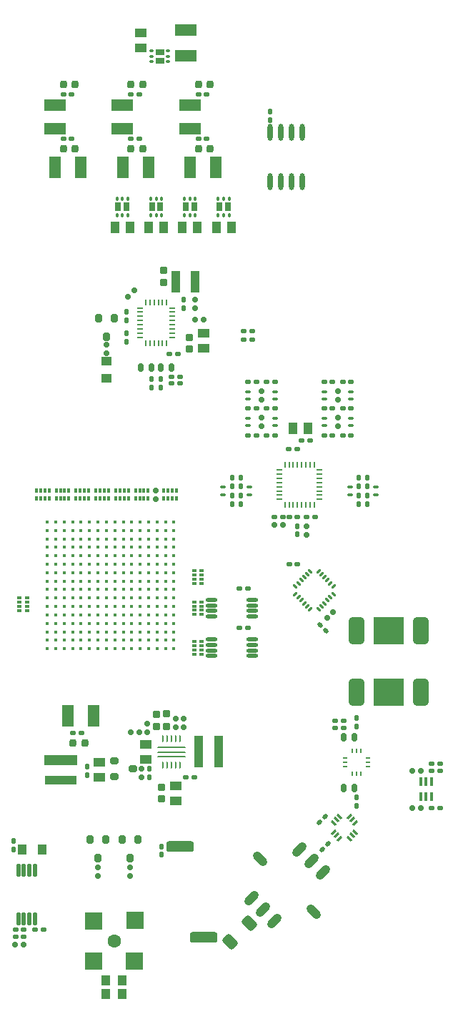
<source format=gtp>
G04*
G04 #@! TF.GenerationSoftware,Altium Limited,Altium Designer,21.7.2 (23)*
G04*
G04 Layer_Color=8421504*
%FSLAX43Y43*%
%MOMM*%
G71*
G04*
G04 #@! TF.SameCoordinates,4C2FF4CC-5A0A-4329-9E61-CD26E28B66C0*
G04*
G04*
G04 #@! TF.FilePolarity,Positive*
G04*
G01*
G75*
%ADD18R,1.000X0.800*%
%ADD19R,0.800X1.000*%
G04:AMPARAMS|DCode=20|XSize=0.25mm|YSize=0.8mm|CornerRadius=0.063mm|HoleSize=0mm|Usage=FLASHONLY|Rotation=0.000|XOffset=0mm|YOffset=0mm|HoleType=Round|Shape=RoundedRectangle|*
%AMROUNDEDRECTD20*
21,1,0.250,0.675,0,0,0.0*
21,1,0.125,0.800,0,0,0.0*
1,1,0.125,0.063,-0.338*
1,1,0.125,-0.063,-0.338*
1,1,0.125,-0.063,0.338*
1,1,0.125,0.063,0.338*
%
%ADD20ROUNDEDRECTD20*%
G04:AMPARAMS|DCode=21|XSize=0.25mm|YSize=3.4mm|CornerRadius=0.063mm|HoleSize=0mm|Usage=FLASHONLY|Rotation=90.000|XOffset=0mm|YOffset=0mm|HoleType=Round|Shape=RoundedRectangle|*
%AMROUNDEDRECTD21*
21,1,0.250,3.275,0,0,90.0*
21,1,0.125,3.400,0,0,90.0*
1,1,0.125,1.638,0.063*
1,1,0.125,1.638,-0.063*
1,1,0.125,-1.638,-0.063*
1,1,0.125,-1.638,0.063*
%
%ADD21ROUNDEDRECTD21*%
%ADD22R,0.550X0.250*%
%ADD23R,0.250X0.550*%
G04:AMPARAMS|DCode=24|XSize=1mm|YSize=0.376mm|CornerRadius=0.094mm|HoleSize=0mm|Usage=FLASHONLY|Rotation=90.000|XOffset=0mm|YOffset=0mm|HoleType=Round|Shape=RoundedRectangle|*
%AMROUNDEDRECTD24*
21,1,1.000,0.188,0,0,90.0*
21,1,0.812,0.376,0,0,90.0*
1,1,0.188,0.094,0.406*
1,1,0.188,0.094,-0.406*
1,1,0.188,-0.094,-0.406*
1,1,0.188,-0.094,0.406*
%
%ADD24ROUNDEDRECTD24*%
G04:AMPARAMS|DCode=25|XSize=0.45mm|YSize=1.5mm|CornerRadius=0.113mm|HoleSize=0mm|Usage=FLASHONLY|Rotation=0.000|XOffset=0mm|YOffset=0mm|HoleType=Round|Shape=RoundedRectangle|*
%AMROUNDEDRECTD25*
21,1,0.450,1.275,0,0,0.0*
21,1,0.225,1.500,0,0,0.0*
1,1,0.225,0.113,-0.638*
1,1,0.225,-0.113,-0.638*
1,1,0.225,-0.113,0.638*
1,1,0.225,0.113,0.638*
%
%ADD25ROUNDEDRECTD25*%
%ADD26C,0.450*%
%ADD27R,1.050X1.300*%
G04:AMPARAMS|DCode=28|XSize=0.61mm|YSize=0.6mm|CornerRadius=0.15mm|HoleSize=0mm|Usage=FLASHONLY|Rotation=270.000|XOffset=0mm|YOffset=0mm|HoleType=Round|Shape=RoundedRectangle|*
%AMROUNDEDRECTD28*
21,1,0.610,0.300,0,0,270.0*
21,1,0.310,0.600,0,0,270.0*
1,1,0.300,-0.150,-0.155*
1,1,0.300,-0.150,0.155*
1,1,0.300,0.150,0.155*
1,1,0.300,0.150,-0.155*
%
%ADD28ROUNDEDRECTD28*%
G04:AMPARAMS|DCode=29|XSize=1.88mm|YSize=3.226mm|CornerRadius=0.47mm|HoleSize=0mm|Usage=FLASHONLY|Rotation=180.000|XOffset=0mm|YOffset=0mm|HoleType=Round|Shape=RoundedRectangle|*
%AMROUNDEDRECTD29*
21,1,1.880,2.286,0,0,180.0*
21,1,0.940,3.226,0,0,180.0*
1,1,0.940,-0.470,1.143*
1,1,0.940,0.470,1.143*
1,1,0.940,0.470,-1.143*
1,1,0.940,-0.470,-1.143*
%
%ADD29ROUNDEDRECTD29*%
G04:AMPARAMS|DCode=30|XSize=0.3mm|YSize=0.7mm|CornerRadius=0mm|HoleSize=0mm|Usage=FLASHONLY|Rotation=225.000|XOffset=0mm|YOffset=0mm|HoleType=Round|Shape=Round|*
%AMOVALD30*
21,1,0.400,0.300,0.000,0.000,315.0*
1,1,0.300,-0.141,0.141*
1,1,0.300,0.141,-0.141*
%
%ADD30OVALD30*%

G04:AMPARAMS|DCode=31|XSize=0.75mm|YSize=0.28mm|CornerRadius=0.07mm|HoleSize=0mm|Usage=FLASHONLY|Rotation=225.000|XOffset=0mm|YOffset=0mm|HoleType=Round|Shape=RoundedRectangle|*
%AMROUNDEDRECTD31*
21,1,0.750,0.140,0,0,225.0*
21,1,0.610,0.280,0,0,225.0*
1,1,0.140,-0.265,-0.166*
1,1,0.140,0.166,0.265*
1,1,0.140,0.265,0.166*
1,1,0.140,-0.166,-0.265*
%
%ADD31ROUNDEDRECTD31*%
G04:AMPARAMS|DCode=32|XSize=0.5mm|YSize=0.6mm|CornerRadius=0.125mm|HoleSize=0mm|Usage=FLASHONLY|Rotation=135.000|XOffset=0mm|YOffset=0mm|HoleType=Round|Shape=RoundedRectangle|*
%AMROUNDEDRECTD32*
21,1,0.500,0.350,0,0,135.0*
21,1,0.250,0.600,0,0,135.0*
1,1,0.250,0.035,0.212*
1,1,0.250,0.212,0.035*
1,1,0.250,-0.035,-0.212*
1,1,0.250,-0.212,-0.035*
%
%ADD32ROUNDEDRECTD32*%
G04:AMPARAMS|DCode=33|XSize=0.5mm|YSize=0.6mm|CornerRadius=0.125mm|HoleSize=0mm|Usage=FLASHONLY|Rotation=270.000|XOffset=0mm|YOffset=0mm|HoleType=Round|Shape=RoundedRectangle|*
%AMROUNDEDRECTD33*
21,1,0.500,0.350,0,0,270.0*
21,1,0.250,0.600,0,0,270.0*
1,1,0.250,-0.175,-0.125*
1,1,0.250,-0.175,0.125*
1,1,0.250,0.175,0.125*
1,1,0.250,0.175,-0.125*
%
%ADD33ROUNDEDRECTD33*%
G04:AMPARAMS|DCode=34|XSize=0.5mm|YSize=0.6mm|CornerRadius=0.125mm|HoleSize=0mm|Usage=FLASHONLY|Rotation=0.000|XOffset=0mm|YOffset=0mm|HoleType=Round|Shape=RoundedRectangle|*
%AMROUNDEDRECTD34*
21,1,0.500,0.350,0,0,0.0*
21,1,0.250,0.600,0,0,0.0*
1,1,0.250,0.125,-0.175*
1,1,0.250,-0.125,-0.175*
1,1,0.250,-0.125,0.175*
1,1,0.250,0.125,0.175*
%
%ADD34ROUNDEDRECTD34*%
%ADD35O,0.250X0.750*%
G04:AMPARAMS|DCode=36|XSize=0.64mm|YSize=1.02mm|CornerRadius=0.16mm|HoleSize=0mm|Usage=FLASHONLY|Rotation=180.000|XOffset=0mm|YOffset=0mm|HoleType=Round|Shape=RoundedRectangle|*
%AMROUNDEDRECTD36*
21,1,0.640,0.700,0,0,180.0*
21,1,0.320,1.020,0,0,180.0*
1,1,0.320,-0.160,0.350*
1,1,0.320,0.160,0.350*
1,1,0.320,0.160,-0.350*
1,1,0.320,-0.160,-0.350*
%
%ADD36ROUNDEDRECTD36*%
G04:AMPARAMS|DCode=37|XSize=1.25mm|YSize=1.7mm|CornerRadius=0.313mm|HoleSize=0mm|Usage=FLASHONLY|Rotation=45.000|XOffset=0mm|YOffset=0mm|HoleType=Round|Shape=RoundedRectangle|*
%AMROUNDEDRECTD37*
21,1,1.250,1.075,0,0,45.0*
21,1,0.625,1.700,0,0,45.0*
1,1,0.625,0.601,-0.159*
1,1,0.625,0.159,-0.601*
1,1,0.625,-0.601,0.159*
1,1,0.625,-0.159,0.601*
%
%ADD37ROUNDEDRECTD37*%
G04:AMPARAMS|DCode=38|XSize=1.02mm|YSize=2mm|CornerRadius=0mm|HoleSize=0mm|Usage=FLASHONLY|Rotation=315.000|XOffset=0mm|YOffset=0mm|HoleType=Round|Shape=Round|*
%AMOVALD38*
21,1,0.980,1.020,0.000,0.000,45.0*
1,1,1.020,-0.346,-0.346*
1,1,1.020,0.346,0.346*
%
%ADD38OVALD38*%

G04:AMPARAMS|DCode=39|XSize=3.3mm|YSize=1.27mm|CornerRadius=0.318mm|HoleSize=0mm|Usage=FLASHONLY|Rotation=0.000|XOffset=0mm|YOffset=0mm|HoleType=Round|Shape=RoundedRectangle|*
%AMROUNDEDRECTD39*
21,1,3.300,0.635,0,0,0.0*
21,1,2.665,1.270,0,0,0.0*
1,1,0.635,1.333,-0.318*
1,1,0.635,-1.333,-0.318*
1,1,0.635,-1.333,0.318*
1,1,0.635,1.333,0.318*
%
%ADD39ROUNDEDRECTD39*%
%ADD40C,1.600*%
G04:AMPARAMS|DCode=41|XSize=0.9mm|YSize=0.8mm|CornerRadius=0.2mm|HoleSize=0mm|Usage=FLASHONLY|Rotation=270.000|XOffset=0mm|YOffset=0mm|HoleType=Round|Shape=RoundedRectangle|*
%AMROUNDEDRECTD41*
21,1,0.900,0.400,0,0,270.0*
21,1,0.500,0.800,0,0,270.0*
1,1,0.400,-0.200,-0.250*
1,1,0.400,-0.200,0.250*
1,1,0.400,0.200,0.250*
1,1,0.400,0.200,-0.250*
%
%ADD41ROUNDEDRECTD41*%
%ADD42R,3.900X1.180*%
%ADD43R,1.400X2.600*%
G04:AMPARAMS|DCode=44|XSize=0.36mm|YSize=0.66mm|CornerRadius=0.09mm|HoleSize=0mm|Usage=FLASHONLY|Rotation=90.000|XOffset=0mm|YOffset=0mm|HoleType=Round|Shape=RoundedRectangle|*
%AMROUNDEDRECTD44*
21,1,0.360,0.480,0,0,90.0*
21,1,0.180,0.660,0,0,90.0*
1,1,0.180,0.240,0.090*
1,1,0.180,0.240,-0.090*
1,1,0.180,-0.240,-0.090*
1,1,0.180,-0.240,0.090*
%
%ADD44ROUNDEDRECTD44*%
%ADD45R,2.000X2.000*%
G04:AMPARAMS|DCode=46|XSize=0.61mm|YSize=0.6mm|CornerRadius=0.15mm|HoleSize=0mm|Usage=FLASHONLY|Rotation=180.000|XOffset=0mm|YOffset=0mm|HoleType=Round|Shape=RoundedRectangle|*
%AMROUNDEDRECTD46*
21,1,0.610,0.300,0,0,180.0*
21,1,0.310,0.600,0,0,180.0*
1,1,0.300,-0.155,0.150*
1,1,0.300,0.155,0.150*
1,1,0.300,0.155,-0.150*
1,1,0.300,-0.155,-0.150*
%
%ADD46ROUNDEDRECTD46*%
G04:AMPARAMS|DCode=47|XSize=0.8mm|YSize=1mm|CornerRadius=0.2mm|HoleSize=0mm|Usage=FLASHONLY|Rotation=0.000|XOffset=0mm|YOffset=0mm|HoleType=Round|Shape=RoundedRectangle|*
%AMROUNDEDRECTD47*
21,1,0.800,0.600,0,0,0.0*
21,1,0.400,1.000,0,0,0.0*
1,1,0.400,0.200,-0.300*
1,1,0.400,-0.200,-0.300*
1,1,0.400,-0.200,0.300*
1,1,0.400,0.200,0.300*
%
%ADD47ROUNDEDRECTD47*%
%ADD48O,1.400X0.500*%
G04:AMPARAMS|DCode=49|XSize=0.375mm|YSize=0.55mm|CornerRadius=0.094mm|HoleSize=0mm|Usage=FLASHONLY|Rotation=270.000|XOffset=0mm|YOffset=0mm|HoleType=Round|Shape=RoundedRectangle|*
%AMROUNDEDRECTD49*
21,1,0.375,0.363,0,0,270.0*
21,1,0.188,0.550,0,0,270.0*
1,1,0.188,-0.181,-0.094*
1,1,0.188,-0.181,0.094*
1,1,0.188,0.181,0.094*
1,1,0.188,0.181,-0.094*
%
%ADD49ROUNDEDRECTD49*%
G04:AMPARAMS|DCode=50|XSize=0.375mm|YSize=0.55mm|CornerRadius=0.094mm|HoleSize=0mm|Usage=FLASHONLY|Rotation=0.000|XOffset=0mm|YOffset=0mm|HoleType=Round|Shape=RoundedRectangle|*
%AMROUNDEDRECTD50*
21,1,0.375,0.363,0,0,0.0*
21,1,0.188,0.550,0,0,0.0*
1,1,0.188,0.094,-0.181*
1,1,0.188,-0.094,-0.181*
1,1,0.188,-0.094,0.181*
1,1,0.188,0.094,0.181*
%
%ADD50ROUNDEDRECTD50*%
%ADD51R,3.658X3.226*%
%ADD52R,1.400X1.100*%
%ADD53R,0.980X3.700*%
G04:AMPARAMS|DCode=54|XSize=0.9mm|YSize=0.8mm|CornerRadius=0.2mm|HoleSize=0mm|Usage=FLASHONLY|Rotation=0.000|XOffset=0mm|YOffset=0mm|HoleType=Round|Shape=RoundedRectangle|*
%AMROUNDEDRECTD54*
21,1,0.900,0.400,0,0,0.0*
21,1,0.500,0.800,0,0,0.0*
1,1,0.400,0.250,-0.200*
1,1,0.400,-0.250,-0.200*
1,1,0.400,-0.250,0.200*
1,1,0.400,0.250,0.200*
%
%ADD54ROUNDEDRECTD54*%
%ADD55R,3.700X0.980*%
G04:AMPARAMS|DCode=56|XSize=0.8mm|YSize=1mm|CornerRadius=0.2mm|HoleSize=0mm|Usage=FLASHONLY|Rotation=90.000|XOffset=0mm|YOffset=0mm|HoleType=Round|Shape=RoundedRectangle|*
%AMROUNDEDRECTD56*
21,1,0.800,0.600,0,0,90.0*
21,1,0.400,1.000,0,0,90.0*
1,1,0.400,0.300,0.200*
1,1,0.400,0.300,-0.200*
1,1,0.400,-0.300,-0.200*
1,1,0.400,-0.300,0.200*
%
%ADD56ROUNDEDRECTD56*%
%ADD57O,0.750X0.250*%
G04:AMPARAMS|DCode=58|XSize=0.45mm|YSize=0.3mm|CornerRadius=0.038mm|HoleSize=0mm|Usage=FLASHONLY|Rotation=0.000|XOffset=0mm|YOffset=0mm|HoleType=Round|Shape=RoundedRectangle|*
%AMROUNDEDRECTD58*
21,1,0.450,0.225,0,0,0.0*
21,1,0.375,0.300,0,0,0.0*
1,1,0.075,0.188,-0.113*
1,1,0.075,-0.188,-0.113*
1,1,0.075,-0.188,0.113*
1,1,0.075,0.188,0.113*
%
%ADD58ROUNDEDRECTD58*%
%ADD59R,2.600X1.400*%
%ADD60O,0.250X0.700*%
%ADD61O,0.700X0.250*%
G04:AMPARAMS|DCode=62|XSize=1.02mm|YSize=2mm|CornerRadius=0mm|HoleSize=0mm|Usage=FLASHONLY|Rotation=45.000|XOffset=0mm|YOffset=0mm|HoleType=Round|Shape=Round|*
%AMOVALD62*
21,1,0.980,1.020,0.000,0.000,135.0*
1,1,1.020,0.346,-0.346*
1,1,1.020,-0.346,0.346*
%
%ADD62OVALD62*%

%ADD63R,1.300X1.050*%
%ADD64O,0.600X2.000*%
G04:AMPARAMS|DCode=65|XSize=0.45mm|YSize=0.3mm|CornerRadius=0.038mm|HoleSize=0mm|Usage=FLASHONLY|Rotation=90.000|XOffset=0mm|YOffset=0mm|HoleType=Round|Shape=RoundedRectangle|*
%AMROUNDEDRECTD65*
21,1,0.450,0.225,0,0,90.0*
21,1,0.375,0.300,0,0,90.0*
1,1,0.075,0.113,0.188*
1,1,0.075,0.113,-0.188*
1,1,0.075,-0.113,-0.188*
1,1,0.075,-0.113,0.188*
%
%ADD65ROUNDEDRECTD65*%
G04:AMPARAMS|DCode=66|XSize=0.61mm|YSize=0.6mm|CornerRadius=0.15mm|HoleSize=0mm|Usage=FLASHONLY|Rotation=315.000|XOffset=0mm|YOffset=0mm|HoleType=Round|Shape=RoundedRectangle|*
%AMROUNDEDRECTD66*
21,1,0.610,0.300,0,0,315.0*
21,1,0.310,0.600,0,0,315.0*
1,1,0.300,0.003,-0.216*
1,1,0.300,-0.216,0.003*
1,1,0.300,-0.003,0.216*
1,1,0.300,0.216,-0.003*
%
%ADD66ROUNDEDRECTD66*%
%ADD67R,1.020X2.540*%
%ADD68R,1.100X1.400*%
G04:AMPARAMS|DCode=69|XSize=0.3mm|YSize=0.7mm|CornerRadius=0mm|HoleSize=0mm|Usage=FLASHONLY|Rotation=135.000|XOffset=0mm|YOffset=0mm|HoleType=Round|Shape=Round|*
%AMOVALD69*
21,1,0.400,0.300,0.000,0.000,225.0*
1,1,0.300,0.141,0.141*
1,1,0.300,-0.141,-0.141*
%
%ADD69OVALD69*%

G04:AMPARAMS|DCode=70|XSize=0.5mm|YSize=0.6mm|CornerRadius=0.125mm|HoleSize=0mm|Usage=FLASHONLY|Rotation=225.000|XOffset=0mm|YOffset=0mm|HoleType=Round|Shape=RoundedRectangle|*
%AMROUNDEDRECTD70*
21,1,0.500,0.350,0,0,225.0*
21,1,0.250,0.600,0,0,225.0*
1,1,0.250,-0.212,0.035*
1,1,0.250,-0.035,0.212*
1,1,0.250,0.212,-0.035*
1,1,0.250,0.035,-0.212*
%
%ADD70ROUNDEDRECTD70*%
G04:AMPARAMS|DCode=71|XSize=0.75mm|YSize=0.28mm|CornerRadius=0.07mm|HoleSize=0mm|Usage=FLASHONLY|Rotation=135.000|XOffset=0mm|YOffset=0mm|HoleType=Round|Shape=RoundedRectangle|*
%AMROUNDEDRECTD71*
21,1,0.750,0.140,0,0,135.0*
21,1,0.610,0.280,0,0,135.0*
1,1,0.140,-0.166,0.265*
1,1,0.140,0.265,-0.166*
1,1,0.140,0.166,-0.265*
1,1,0.140,-0.265,0.166*
%
%ADD71ROUNDEDRECTD71*%
D18*
X72350Y169650D02*
D03*
X72350Y168650D02*
D03*
D19*
X79400Y151300D02*
D03*
X80400Y151300D02*
D03*
X76400Y151300D02*
D03*
X75400Y151300D02*
D03*
X72400Y151300D02*
D03*
X71400Y151300D02*
D03*
X67400Y151300D02*
D03*
X68400Y151299D02*
D03*
D20*
X74725Y88375D02*
D03*
X74225D02*
D03*
X73725D02*
D03*
X73225D02*
D03*
X72725D02*
D03*
Y85175D02*
D03*
X73225D02*
D03*
X73725D02*
D03*
X74225D02*
D03*
X74725D02*
D03*
D21*
X73725Y87325D02*
D03*
Y86775D02*
D03*
Y86225D02*
D03*
D22*
X94275Y85065D02*
D03*
Y85575D02*
D03*
Y86085D02*
D03*
X96985D02*
D03*
Y85575D02*
D03*
Y85065D02*
D03*
D23*
X95120Y86930D02*
D03*
X95630D02*
D03*
X96140D02*
D03*
Y84220D02*
D03*
X95630D02*
D03*
X95120D02*
D03*
D24*
X103225Y81450D02*
D03*
X103875D02*
D03*
X104525D02*
D03*
Y83250D02*
D03*
X103875D02*
D03*
X103225D02*
D03*
D25*
X55575Y67000D02*
D03*
X56225D02*
D03*
X56875D02*
D03*
X57525D02*
D03*
X55575Y72800D02*
D03*
X56225D02*
D03*
X56875D02*
D03*
X57525D02*
D03*
D26*
X74000Y114000D02*
D03*
Y113000D02*
D03*
Y112000D02*
D03*
Y111000D02*
D03*
Y110000D02*
D03*
Y109000D02*
D03*
Y108000D02*
D03*
Y107000D02*
D03*
Y106000D02*
D03*
Y105000D02*
D03*
Y104000D02*
D03*
Y103000D02*
D03*
Y102000D02*
D03*
Y101000D02*
D03*
Y100000D02*
D03*
Y99000D02*
D03*
X73000Y114000D02*
D03*
Y113000D02*
D03*
Y112000D02*
D03*
Y111000D02*
D03*
Y110000D02*
D03*
Y109000D02*
D03*
Y108000D02*
D03*
Y107000D02*
D03*
Y106000D02*
D03*
Y105000D02*
D03*
Y104000D02*
D03*
Y103000D02*
D03*
Y102000D02*
D03*
Y101000D02*
D03*
Y100000D02*
D03*
Y99000D02*
D03*
X72000Y114000D02*
D03*
Y113000D02*
D03*
Y112000D02*
D03*
Y111000D02*
D03*
Y110000D02*
D03*
Y109000D02*
D03*
Y108000D02*
D03*
Y107000D02*
D03*
Y106000D02*
D03*
Y105000D02*
D03*
Y104000D02*
D03*
Y103000D02*
D03*
Y102000D02*
D03*
Y101000D02*
D03*
Y100000D02*
D03*
Y99000D02*
D03*
X71000Y114000D02*
D03*
Y113000D02*
D03*
Y112000D02*
D03*
Y111000D02*
D03*
Y110000D02*
D03*
Y109000D02*
D03*
Y108000D02*
D03*
Y107000D02*
D03*
Y106000D02*
D03*
Y105000D02*
D03*
Y104000D02*
D03*
Y103000D02*
D03*
Y102000D02*
D03*
Y101000D02*
D03*
Y100000D02*
D03*
Y99000D02*
D03*
X70000Y114000D02*
D03*
Y113000D02*
D03*
Y112000D02*
D03*
Y111000D02*
D03*
Y110000D02*
D03*
Y109000D02*
D03*
Y108000D02*
D03*
Y107000D02*
D03*
Y106000D02*
D03*
Y105000D02*
D03*
Y104000D02*
D03*
Y103000D02*
D03*
Y102000D02*
D03*
Y101000D02*
D03*
Y100000D02*
D03*
Y99000D02*
D03*
X69000Y114000D02*
D03*
Y113000D02*
D03*
Y112000D02*
D03*
Y111000D02*
D03*
Y110000D02*
D03*
Y109000D02*
D03*
Y108000D02*
D03*
Y107000D02*
D03*
Y106000D02*
D03*
Y105000D02*
D03*
Y104000D02*
D03*
Y103000D02*
D03*
Y102000D02*
D03*
Y101000D02*
D03*
Y100000D02*
D03*
Y99000D02*
D03*
X68000Y114000D02*
D03*
Y113000D02*
D03*
Y112000D02*
D03*
Y111000D02*
D03*
Y110000D02*
D03*
Y109000D02*
D03*
Y108000D02*
D03*
Y107000D02*
D03*
Y106000D02*
D03*
Y105000D02*
D03*
Y104000D02*
D03*
Y103000D02*
D03*
Y102000D02*
D03*
Y101000D02*
D03*
Y100000D02*
D03*
Y99000D02*
D03*
X67000Y114000D02*
D03*
Y113000D02*
D03*
Y112000D02*
D03*
Y111000D02*
D03*
Y110000D02*
D03*
Y109000D02*
D03*
Y108000D02*
D03*
Y107000D02*
D03*
Y106000D02*
D03*
Y105000D02*
D03*
Y104000D02*
D03*
Y103000D02*
D03*
Y102000D02*
D03*
Y101000D02*
D03*
Y100000D02*
D03*
Y99000D02*
D03*
X66000Y114000D02*
D03*
Y113000D02*
D03*
Y112000D02*
D03*
Y111000D02*
D03*
Y110000D02*
D03*
Y109000D02*
D03*
Y108000D02*
D03*
Y107000D02*
D03*
Y106000D02*
D03*
Y105000D02*
D03*
Y104000D02*
D03*
Y103000D02*
D03*
Y102000D02*
D03*
Y101000D02*
D03*
Y100000D02*
D03*
Y99000D02*
D03*
X65000Y114000D02*
D03*
Y113000D02*
D03*
Y112000D02*
D03*
Y111000D02*
D03*
Y110000D02*
D03*
Y109000D02*
D03*
Y108000D02*
D03*
Y107000D02*
D03*
Y106000D02*
D03*
Y105000D02*
D03*
Y104000D02*
D03*
Y103000D02*
D03*
Y102000D02*
D03*
Y101000D02*
D03*
Y100000D02*
D03*
Y99000D02*
D03*
X64000Y114000D02*
D03*
Y113000D02*
D03*
Y112000D02*
D03*
Y111000D02*
D03*
Y110000D02*
D03*
Y109000D02*
D03*
Y108000D02*
D03*
Y107000D02*
D03*
Y106000D02*
D03*
Y105000D02*
D03*
Y104000D02*
D03*
Y103000D02*
D03*
Y102000D02*
D03*
Y101000D02*
D03*
Y100000D02*
D03*
Y99000D02*
D03*
X63000Y114000D02*
D03*
Y113000D02*
D03*
Y112000D02*
D03*
Y111000D02*
D03*
Y110000D02*
D03*
Y109000D02*
D03*
Y108000D02*
D03*
Y107000D02*
D03*
Y106000D02*
D03*
Y105000D02*
D03*
Y104000D02*
D03*
Y103000D02*
D03*
Y102000D02*
D03*
Y101000D02*
D03*
Y100000D02*
D03*
Y99000D02*
D03*
X62000Y114000D02*
D03*
Y113000D02*
D03*
Y112000D02*
D03*
Y111000D02*
D03*
Y110000D02*
D03*
Y109000D02*
D03*
Y108000D02*
D03*
Y107000D02*
D03*
Y106000D02*
D03*
Y105000D02*
D03*
Y104000D02*
D03*
Y103000D02*
D03*
Y102000D02*
D03*
Y101000D02*
D03*
Y100000D02*
D03*
Y99000D02*
D03*
X61000Y114000D02*
D03*
Y113000D02*
D03*
Y112000D02*
D03*
Y111000D02*
D03*
Y110000D02*
D03*
Y109000D02*
D03*
Y108000D02*
D03*
Y107000D02*
D03*
Y106000D02*
D03*
Y105000D02*
D03*
Y104000D02*
D03*
Y103000D02*
D03*
Y102000D02*
D03*
Y101000D02*
D03*
Y100000D02*
D03*
Y99000D02*
D03*
X60000Y114000D02*
D03*
Y113000D02*
D03*
Y112000D02*
D03*
Y111000D02*
D03*
Y110000D02*
D03*
Y109000D02*
D03*
Y108000D02*
D03*
Y107000D02*
D03*
Y106000D02*
D03*
Y105000D02*
D03*
Y104000D02*
D03*
Y103000D02*
D03*
Y102000D02*
D03*
Y101000D02*
D03*
Y100000D02*
D03*
Y99000D02*
D03*
X59000Y114000D02*
D03*
Y113000D02*
D03*
Y112000D02*
D03*
Y111000D02*
D03*
Y110000D02*
D03*
Y109000D02*
D03*
Y108000D02*
D03*
Y107000D02*
D03*
Y106000D02*
D03*
Y105000D02*
D03*
Y104000D02*
D03*
Y103000D02*
D03*
Y102000D02*
D03*
Y101000D02*
D03*
Y100000D02*
D03*
Y99000D02*
D03*
D27*
X67910Y58100D02*
D03*
X65890D02*
D03*
X67910Y59700D02*
D03*
X65890D02*
D03*
X56050Y75200D02*
D03*
X58350D02*
D03*
D28*
X103233Y84550D02*
D03*
X69933Y89125D02*
D03*
X68917D02*
D03*
X86908Y113700D02*
D03*
X85892D02*
D03*
X102217Y84550D02*
D03*
X102217Y80150D02*
D03*
X103233D02*
D03*
X77516Y138000D02*
D03*
X76500D02*
D03*
X55192Y64000D02*
D03*
X56208D02*
D03*
D29*
X103235Y93855D02*
D03*
X95615Y101145D02*
D03*
Y93855D02*
D03*
X103235Y101145D02*
D03*
D30*
X92539Y105086D02*
D03*
X89817Y107808D02*
D03*
X91125Y103672D02*
D03*
X91478Y104025D02*
D03*
X91832Y104379D02*
D03*
X92186Y104732D02*
D03*
X92893Y105439D02*
D03*
X90170Y108162D02*
D03*
X89463Y107455D02*
D03*
X89110Y107101D02*
D03*
X88756Y106748D02*
D03*
X88403Y106394D02*
D03*
D31*
X93254Y76874D02*
D03*
X95128Y78748D02*
D03*
X94775Y79101D02*
D03*
X95482Y78394D02*
D03*
X92901Y77227D02*
D03*
X93608Y76520D02*
D03*
D32*
X92282Y75907D02*
D03*
X91575Y75200D02*
D03*
X91929Y79119D02*
D03*
X91221Y78412D02*
D03*
D33*
X88650Y114607D02*
D03*
X88650Y108975D02*
D03*
X62050Y89050D02*
D03*
X82800Y124275D02*
D03*
X83800D02*
D03*
X83300Y136600D02*
D03*
X82300D02*
D03*
X83300Y135600D02*
D03*
X82300D02*
D03*
X81750Y106150D02*
D03*
X82750D02*
D03*
X93096Y89627D02*
D03*
X94096D02*
D03*
X63050Y89050D02*
D03*
X76400Y83775D02*
D03*
X75400D02*
D03*
X81750Y101450D02*
D03*
X82750D02*
D03*
X77900Y164650D02*
D03*
X76900D02*
D03*
Y159350D02*
D03*
X77900D02*
D03*
X104525Y85413D02*
D03*
X105525D02*
D03*
X104525Y84550D02*
D03*
X105525D02*
D03*
X104525Y80150D02*
D03*
X105525D02*
D03*
X85000Y124275D02*
D03*
X86000D02*
D03*
X85000Y127425D02*
D03*
X86000D02*
D03*
X82800Y127425D02*
D03*
X83800D02*
D03*
X85000Y130575D02*
D03*
X86000D02*
D03*
X82800D02*
D03*
X83800D02*
D03*
X94000Y130575D02*
D03*
X95000D02*
D03*
X91800D02*
D03*
X92800D02*
D03*
X91800Y127425D02*
D03*
X92800D02*
D03*
X91800Y124275D02*
D03*
X92800D02*
D03*
X94000D02*
D03*
X95000D02*
D03*
X94000Y127425D02*
D03*
X95000D02*
D03*
X69900Y164650D02*
D03*
X68900D02*
D03*
X61900D02*
D03*
X60900D02*
D03*
X61900Y159350D02*
D03*
X60900D02*
D03*
X69900D02*
D03*
X68900D02*
D03*
X74750Y131200D02*
D03*
X73750D02*
D03*
X74750Y130400D02*
D03*
X73750D02*
D03*
X74443Y133869D02*
D03*
X73443D02*
D03*
X89150Y123613D02*
D03*
X90150D02*
D03*
X85900Y114600D02*
D03*
X86900D02*
D03*
X88600Y122650D02*
D03*
X87600D02*
D03*
X90725Y114625D02*
D03*
X89725D02*
D03*
X87650Y114607D02*
D03*
X87650Y108975D02*
D03*
X94100Y90500D02*
D03*
X93100D02*
D03*
X57525Y65700D02*
D03*
X58525D02*
D03*
X56225Y65700D02*
D03*
X55225D02*
D03*
X56225Y64900D02*
D03*
X55225D02*
D03*
D34*
X88650Y113518D02*
D03*
X95630Y90808D02*
D03*
Y89808D02*
D03*
X95625Y80375D02*
D03*
X88650Y112518D02*
D03*
X95625Y81375D02*
D03*
X55000Y75200D02*
D03*
X80900Y118225D02*
D03*
Y119225D02*
D03*
X81900Y119225D02*
D03*
Y118225D02*
D03*
X95900Y119225D02*
D03*
Y118225D02*
D03*
X96900Y118225D02*
D03*
Y119225D02*
D03*
X55000Y76200D02*
D03*
X71075Y83775D02*
D03*
Y84775D02*
D03*
X63700Y85050D02*
D03*
Y84050D02*
D03*
X68350Y135350D02*
D03*
Y136350D02*
D03*
X68350Y138850D02*
D03*
Y137850D02*
D03*
X85385Y162595D02*
D03*
Y161595D02*
D03*
X75131Y140350D02*
D03*
Y139350D02*
D03*
X72450Y130950D02*
D03*
Y129950D02*
D03*
X71350Y130950D02*
D03*
Y129950D02*
D03*
X81900Y116125D02*
D03*
Y117125D02*
D03*
X80900Y117125D02*
D03*
Y116125D02*
D03*
X95900Y116125D02*
D03*
Y117125D02*
D03*
X96900Y117125D02*
D03*
Y116125D02*
D03*
X72500Y74600D02*
D03*
Y75600D02*
D03*
D35*
X88650Y116050D02*
D03*
X87150D02*
D03*
X87650D02*
D03*
X88150D02*
D03*
X89150D02*
D03*
X89650D02*
D03*
X90150D02*
D03*
X90650D02*
D03*
Y120800D02*
D03*
X90150D02*
D03*
X89650D02*
D03*
X89150D02*
D03*
X88650D02*
D03*
X88150D02*
D03*
X87650D02*
D03*
X87150D02*
D03*
D36*
X95400Y88500D02*
D03*
X95400Y82500D02*
D03*
X94100Y88500D02*
D03*
X71350Y132250D02*
D03*
X70050D02*
D03*
X72450Y132250D02*
D03*
X73750D02*
D03*
X94100Y82500D02*
D03*
D37*
X82931Y66531D02*
D03*
X80669Y64269D02*
D03*
D38*
X84526Y68126D02*
D03*
X90274Y73874D02*
D03*
X83161Y69490D02*
D03*
X85890Y66761D02*
D03*
X91639Y72510D02*
D03*
X88910Y75239D02*
D03*
D39*
X77490Y64800D02*
D03*
X74700Y75600D02*
D03*
D40*
X66900Y64400D02*
D03*
D41*
X62050Y87850D02*
D03*
X63450D02*
D03*
X78300Y165800D02*
D03*
X76900D02*
D03*
X78300Y158200D02*
D03*
X76900D02*
D03*
X68900Y165800D02*
D03*
X70300D02*
D03*
X60900D02*
D03*
X62300D02*
D03*
X60900Y158200D02*
D03*
X62300D02*
D03*
X68900D02*
D03*
X70300D02*
D03*
D42*
X60550Y85785D02*
D03*
D43*
X61426Y91050D02*
D03*
X64474D02*
D03*
X78974Y156000D02*
D03*
X75926D02*
D03*
X62974D02*
D03*
X59926D02*
D03*
X67926Y156000D02*
D03*
X70974D02*
D03*
D44*
X79850Y117240D02*
D03*
Y118110D02*
D03*
X82950Y117240D02*
D03*
Y118110D02*
D03*
X94850Y117240D02*
D03*
Y118110D02*
D03*
X97950Y117240D02*
D03*
Y118110D02*
D03*
X86000Y125440D02*
D03*
Y126310D02*
D03*
X82800Y125440D02*
D03*
Y126310D02*
D03*
X86000Y128540D02*
D03*
Y129410D02*
D03*
X82800Y128540D02*
D03*
Y129410D02*
D03*
X91800Y129410D02*
D03*
Y128540D02*
D03*
Y126310D02*
D03*
Y125440D02*
D03*
X95000Y126310D02*
D03*
Y125440D02*
D03*
Y129410D02*
D03*
Y128540D02*
D03*
D45*
X64525Y62025D02*
D03*
X69375Y66875D02*
D03*
X69275Y62025D02*
D03*
X64525Y66775D02*
D03*
D46*
X65000Y73108D02*
D03*
Y72092D02*
D03*
X71875Y116742D02*
D03*
Y117758D02*
D03*
X75125Y90683D02*
D03*
Y89667D02*
D03*
X74225D02*
D03*
Y90683D02*
D03*
X70800Y90133D02*
D03*
Y89117D02*
D03*
X70175Y83767D02*
D03*
Y84783D02*
D03*
X68800Y72092D02*
D03*
Y73108D02*
D03*
X84400Y126383D02*
D03*
Y125367D02*
D03*
Y128467D02*
D03*
Y129483D02*
D03*
X93400Y128467D02*
D03*
Y129483D02*
D03*
Y126383D02*
D03*
Y125367D02*
D03*
X66000Y133992D02*
D03*
Y135008D02*
D03*
X76500Y139342D02*
D03*
Y140358D02*
D03*
X89725Y112492D02*
D03*
Y113508D02*
D03*
D47*
X69750Y76400D02*
D03*
X67850D02*
D03*
X68800Y74200D02*
D03*
X66000Y135900D02*
D03*
X65050Y138100D02*
D03*
X66950D02*
D03*
X65950Y76400D02*
D03*
X64050D02*
D03*
X65000Y74200D02*
D03*
D48*
X78450Y104775D02*
D03*
Y104125D02*
D03*
Y103475D02*
D03*
Y102825D02*
D03*
X83250Y103475D02*
D03*
Y104125D02*
D03*
Y104775D02*
D03*
Y102825D02*
D03*
X78450Y100075D02*
D03*
Y99425D02*
D03*
Y98775D02*
D03*
Y98125D02*
D03*
X83250Y100075D02*
D03*
Y99425D02*
D03*
Y98775D02*
D03*
Y98125D02*
D03*
D49*
X76400Y103050D02*
D03*
X76400Y103550D02*
D03*
X76400Y104550D02*
D03*
X76400Y104050D02*
D03*
X77300Y103550D02*
D03*
X77300Y103050D02*
D03*
Y104550D02*
D03*
X77300Y104050D02*
D03*
X76400Y106750D02*
D03*
X76400Y99850D02*
D03*
Y98850D02*
D03*
X76400Y107750D02*
D03*
Y107250D02*
D03*
X76400Y99350D02*
D03*
X56600Y104000D02*
D03*
X55700D02*
D03*
X56600Y103500D02*
D03*
X55700D02*
D03*
X56600Y104500D02*
D03*
X55700D02*
D03*
X56600Y105000D02*
D03*
X55700D02*
D03*
X77300Y98850D02*
D03*
Y98350D02*
D03*
X76400D02*
D03*
X77300Y99350D02*
D03*
Y99850D02*
D03*
X77300Y107750D02*
D03*
X76400Y108250D02*
D03*
X77300D02*
D03*
Y107250D02*
D03*
Y106750D02*
D03*
D50*
X73800Y116800D02*
D03*
X74300D02*
D03*
X73300D02*
D03*
X59200Y117700D02*
D03*
Y116800D02*
D03*
X58700Y117700D02*
D03*
Y116800D02*
D03*
X57700Y117700D02*
D03*
Y116800D02*
D03*
X58200Y117700D02*
D03*
Y116800D02*
D03*
X61550Y117700D02*
D03*
Y116800D02*
D03*
X61050Y117700D02*
D03*
Y116800D02*
D03*
X60050Y117700D02*
D03*
Y116800D02*
D03*
X60550Y117700D02*
D03*
Y116800D02*
D03*
X62900D02*
D03*
Y117700D02*
D03*
X62400Y116800D02*
D03*
Y117700D02*
D03*
X63400Y116800D02*
D03*
Y117700D02*
D03*
X63900Y116800D02*
D03*
Y117700D02*
D03*
X65250Y116800D02*
D03*
Y117700D02*
D03*
X64750Y116800D02*
D03*
Y117700D02*
D03*
X65750Y116800D02*
D03*
Y117700D02*
D03*
X66250Y116800D02*
D03*
Y117700D02*
D03*
X67600Y116800D02*
D03*
Y117700D02*
D03*
X67100Y116800D02*
D03*
Y117700D02*
D03*
X68100Y116800D02*
D03*
Y117700D02*
D03*
X68600Y116800D02*
D03*
Y117700D02*
D03*
X69950Y116800D02*
D03*
Y117700D02*
D03*
X69450Y116800D02*
D03*
Y117700D02*
D03*
X70450Y116800D02*
D03*
Y117700D02*
D03*
X70950Y116800D02*
D03*
Y117700D02*
D03*
X73300D02*
D03*
X72800Y116800D02*
D03*
Y117700D02*
D03*
X73800D02*
D03*
X74300D02*
D03*
D51*
X99425Y93855D02*
D03*
Y101145D02*
D03*
D52*
X65200Y85589D02*
D03*
Y83811D02*
D03*
X74200Y81011D02*
D03*
Y82789D02*
D03*
X70700Y85861D02*
D03*
Y87639D02*
D03*
X70100Y171878D02*
D03*
Y170100D02*
D03*
X77500Y134561D02*
D03*
Y136339D02*
D03*
D53*
X76965Y86800D02*
D03*
X79335D02*
D03*
D54*
X73150Y91287D02*
D03*
Y89763D02*
D03*
X71900Y91225D02*
D03*
Y89825D02*
D03*
X72500Y81225D02*
D03*
Y82625D02*
D03*
X72788Y143800D02*
D03*
Y142400D02*
D03*
X75850Y134450D02*
D03*
Y135850D02*
D03*
D55*
X60550Y83415D02*
D03*
D56*
X69125Y84775D02*
D03*
X66925Y83825D02*
D03*
Y85725D02*
D03*
D57*
X91275Y116675D02*
D03*
Y117175D02*
D03*
Y117675D02*
D03*
Y118175D02*
D03*
Y118675D02*
D03*
Y119175D02*
D03*
Y119675D02*
D03*
Y120175D02*
D03*
X86525D02*
D03*
Y119675D02*
D03*
Y119175D02*
D03*
Y118675D02*
D03*
Y118175D02*
D03*
Y117675D02*
D03*
Y117175D02*
D03*
Y116675D02*
D03*
D58*
X71375Y168500D02*
D03*
Y169150D02*
D03*
Y169800D02*
D03*
X73325Y168500D02*
D03*
Y169150D02*
D03*
Y169800D02*
D03*
D59*
X75450Y169176D02*
D03*
Y172224D02*
D03*
X75900Y160603D02*
D03*
Y163397D02*
D03*
X67900D02*
D03*
Y160603D02*
D03*
X59900Y163397D02*
D03*
Y160603D02*
D03*
D60*
X70650Y140000D02*
D03*
X71150D02*
D03*
X71650D02*
D03*
X72150D02*
D03*
X72650D02*
D03*
X73150D02*
D03*
Y135200D02*
D03*
X72650D02*
D03*
X72150D02*
D03*
X71650D02*
D03*
X71150D02*
D03*
X70650D02*
D03*
D61*
X73800Y139350D02*
D03*
Y138850D02*
D03*
Y138350D02*
D03*
Y137850D02*
D03*
Y137350D02*
D03*
Y136850D02*
D03*
Y136350D02*
D03*
Y135850D02*
D03*
X70000D02*
D03*
Y136350D02*
D03*
Y136850D02*
D03*
Y137350D02*
D03*
Y137850D02*
D03*
Y138350D02*
D03*
Y138850D02*
D03*
Y139350D02*
D03*
D62*
X90547Y67853D02*
D03*
X84253Y74147D02*
D03*
D63*
X66000Y133010D02*
D03*
Y130990D02*
D03*
D64*
X89205Y160121D02*
D03*
X87935D02*
D03*
X86665D02*
D03*
X85395D02*
D03*
X89205Y154279D02*
D03*
X87935D02*
D03*
X86665D02*
D03*
X85395D02*
D03*
D65*
X80550Y150325D02*
D03*
X79900D02*
D03*
X79250D02*
D03*
X80550Y152275D02*
D03*
X79900D02*
D03*
X79250D02*
D03*
X75250Y152275D02*
D03*
X75900D02*
D03*
X76550D02*
D03*
X75250Y150325D02*
D03*
X75900D02*
D03*
X76550D02*
D03*
X71250Y152275D02*
D03*
X71900D02*
D03*
X72550D02*
D03*
X71250Y150325D02*
D03*
X71900D02*
D03*
X72550D02*
D03*
X67250Y152275D02*
D03*
X67900D02*
D03*
X68550D02*
D03*
X67250Y150325D02*
D03*
X67900D02*
D03*
X68550D02*
D03*
D66*
X68591Y140691D02*
D03*
X69309Y141409D02*
D03*
X92145Y102641D02*
D03*
X92863Y103359D02*
D03*
D67*
X76495Y142409D02*
D03*
X74205D02*
D03*
D68*
X79011Y148900D02*
D03*
X80789D02*
D03*
X75011Y148900D02*
D03*
X76789D02*
D03*
X71011D02*
D03*
X72789D02*
D03*
X67011D02*
D03*
X68789D02*
D03*
X89925Y125115D02*
D03*
X88147D02*
D03*
D69*
X92893Y106394D02*
D03*
X92539Y106748D02*
D03*
X92186Y107101D02*
D03*
X91832Y107455D02*
D03*
X91478Y107808D02*
D03*
X91125Y108162D02*
D03*
X88403Y105439D02*
D03*
X88756Y105086D02*
D03*
X89110Y104732D02*
D03*
X89463Y104379D02*
D03*
X89817Y104025D02*
D03*
X90170Y103672D02*
D03*
D70*
X91337Y101833D02*
D03*
X92044Y101126D02*
D03*
D71*
X92901Y78394D02*
D03*
X93254Y78748D02*
D03*
X93608Y79101D02*
D03*
X95482Y77227D02*
D03*
X95128Y76874D02*
D03*
X94775Y76520D02*
D03*
M02*

</source>
